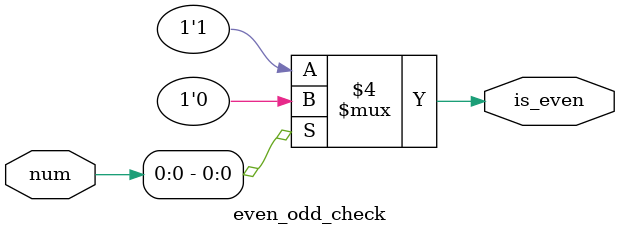
<source format=v>
module even_odd_check(
  input [7:0] num,      // 8-bit input number
  output reg is_even    // 1 if even, 0 if odd
);

  always @ (num) begin
    // Check LSB for even or odd
    if (num[0] == 0)  // LSB = 0 implies even
      is_even = 1;
    else              // LSB = 1 implies odd
      is_even = 0;
  end
endmodule

</source>
